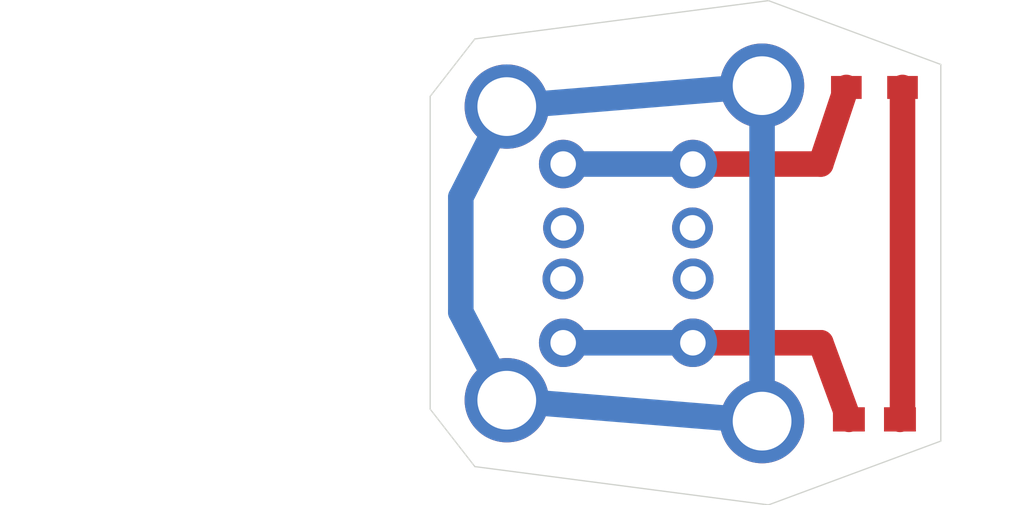
<source format=kicad_pcb>
(kicad_pcb (version 20171130) (host pcbnew "(5.1.2)-1")

  (general
    (thickness 1.6)
    (drawings 8)
    (tracks 15)
    (zones 0)
    (modules 4)
    (nets 8)
  )

  (page A4)
  (layers
    (0 F.Cu signal)
    (31 B.Cu signal)
    (32 B.Adhes user)
    (33 F.Adhes user)
    (34 B.Paste user)
    (35 F.Paste user)
    (36 B.SilkS user)
    (37 F.SilkS user)
    (38 B.Mask user)
    (39 F.Mask user)
    (40 Dwgs.User user)
    (41 Cmts.User user)
    (42 Eco1.User user)
    (43 Eco2.User user)
    (44 Edge.Cuts user)
    (45 Margin user)
    (46 B.CrtYd user)
    (47 F.CrtYd user)
    (48 B.Fab user)
    (49 F.Fab user)
  )

  (setup
    (last_trace_width 0.25)
    (user_trace_width 0.5)
    (user_trace_width 0.75)
    (user_trace_width 1)
    (trace_clearance 0.2)
    (zone_clearance 0.508)
    (zone_45_only no)
    (trace_min 0.2)
    (via_size 0.8)
    (via_drill 0.4)
    (via_min_size 0.4)
    (via_min_drill 0.3)
    (uvia_size 0.3)
    (uvia_drill 0.1)
    (uvias_allowed no)
    (uvia_min_size 0.2)
    (uvia_min_drill 0.1)
    (edge_width 0.05)
    (segment_width 0.2)
    (pcb_text_width 0.3)
    (pcb_text_size 1.5 1.5)
    (mod_edge_width 0.12)
    (mod_text_size 1 1)
    (mod_text_width 0.15)
    (pad_size 1.524 1.524)
    (pad_drill 0.762)
    (pad_to_mask_clearance 0.051)
    (solder_mask_min_width 0.25)
    (aux_axis_origin 0 0)
    (visible_elements 7FFFFFFF)
    (pcbplotparams
      (layerselection 0x010fc_ffffffff)
      (usegerberextensions false)
      (usegerberattributes false)
      (usegerberadvancedattributes false)
      (creategerberjobfile false)
      (excludeedgelayer true)
      (linewidth 0.100000)
      (plotframeref false)
      (viasonmask false)
      (mode 1)
      (useauxorigin false)
      (hpglpennumber 1)
      (hpglpenspeed 20)
      (hpglpendiameter 15.000000)
      (psnegative false)
      (psa4output false)
      (plotreference true)
      (plotvalue true)
      (plotinvisibletext false)
      (padsonsilk false)
      (subtractmaskfromsilk false)
      (outputformat 1)
      (mirror false)
      (drillshape 0)
      (scaleselection 1)
      (outputdirectory "gerber/"))
  )

  (net 0 "")
  (net 1 "Net-(D1-Pad2)")
  (net 2 "Net-(J1-Pad3)")
  (net 3 "Net-(J1-Pad2)")
  (net 4 "Net-(J2-Pad3)")
  (net 5 "Net-(J2-Pad2)")
  (net 6 /gnd)
  (net 7 /vbus)

  (net_class Default "This is the default net class."
    (clearance 0.2)
    (trace_width 0.25)
    (via_dia 0.8)
    (via_drill 0.4)
    (uvia_dia 0.3)
    (uvia_drill 0.1)
    (add_net /gnd)
    (add_net /vbus)
    (add_net "Net-(D1-Pad2)")
    (add_net "Net-(J1-Pad2)")
    (add_net "Net-(J1-Pad3)")
    (add_net "Net-(J2-Pad2)")
    (add_net "Net-(J2-Pad3)")
  )

  (module "BBS Components:R_0603_HandSoldering_NoSilk" (layer F.Cu) (tedit 5D86BEDB) (tstamp 5D72AE99)
    (at 95.9 78.4)
    (descr "Resistor SMD 0603, hand soldering")
    (tags "resistor 0603")
    (path /5D7282DC)
    (attr smd)
    (fp_text reference R1 (at 0 -1.45) (layer F.SilkS) hide
      (effects (font (size 1 1) (thickness 0.15)))
    )
    (fp_text value R (at 0 1.55) (layer F.Fab)
      (effects (font (size 1 1) (thickness 0.15)))
    )
    (fp_text user %R (at 0 0) (layer F.Fab)
      (effects (font (size 0.4 0.4) (thickness 0.075)))
    )
    (fp_line (start -0.8 0.4) (end -0.8 -0.4) (layer F.Fab) (width 0.1))
    (fp_line (start 0.8 0.4) (end -0.8 0.4) (layer F.Fab) (width 0.1))
    (fp_line (start 0.8 -0.4) (end 0.8 0.4) (layer F.Fab) (width 0.1))
    (fp_line (start -0.8 -0.4) (end 0.8 -0.4) (layer F.Fab) (width 0.1))
    (fp_line (start -1.96 -0.7) (end 1.95 -0.7) (layer F.CrtYd) (width 0.05))
    (fp_line (start -1.96 -0.7) (end -1.96 0.7) (layer F.CrtYd) (width 0.05))
    (fp_line (start 1.95 0.7) (end 1.95 -0.7) (layer F.CrtYd) (width 0.05))
    (fp_line (start 1.95 0.7) (end -1.96 0.7) (layer F.CrtYd) (width 0.05))
    (pad 1 smd rect (at -1.1 0) (size 1.2 0.9) (layers F.Cu F.Paste F.Mask)
      (net 7 /vbus))
    (pad 2 smd rect (at 1.1 0) (size 1.2 0.9) (layers F.Cu F.Paste F.Mask)
      (net 1 "Net-(D1-Pad2)"))
    (model ${KISYS3DMOD}/Resistors_SMD.3dshapes/R_0603.wrl
      (at (xyz 0 0 0))
      (scale (xyz 1 1 1))
      (rotate (xyz 0 0 0))
    )
  )

  (module "BBS Components:LED_0603_HandSoldering" (layer F.Cu) (tedit 5D5F573A) (tstamp 5D72AE24)
    (at 95.9 91.4)
    (descr "LED SMD 0603 (1608 Metric), square (rectangular) end terminal, IPC_7351 nominal, (Body size source: http://www.tortai-tech.com/upload/download/2011102023233369053.pdf), generated with kicad-footprint-generator")
    (tags "LED handsolder")
    (path /5D728EE8)
    (attr smd)
    (fp_text reference D1 (at 0 -1.43) (layer F.SilkS) hide
      (effects (font (size 1 1) (thickness 0.15)))
    )
    (fp_text value LED (at 0 1.43) (layer F.Fab)
      (effects (font (size 1 1) (thickness 0.15)))
    )
    (fp_line (start 0.8 -0.4) (end -0.5 -0.4) (layer F.Fab) (width 0.1))
    (fp_line (start -0.5 -0.4) (end -0.8 -0.1) (layer F.Fab) (width 0.1))
    (fp_line (start -0.8 -0.1) (end -0.8 0.4) (layer F.Fab) (width 0.1))
    (fp_line (start -0.8 0.4) (end 0.8 0.4) (layer F.Fab) (width 0.1))
    (fp_line (start 0.8 0.4) (end 0.8 -0.4) (layer F.Fab) (width 0.1))
    (fp_line (start -1.65 0.73) (end -1.65 -0.73) (layer F.CrtYd) (width 0.05))
    (fp_line (start -1.65 -0.73) (end 1.65 -0.73) (layer F.CrtYd) (width 0.05))
    (fp_line (start 1.65 -0.73) (end 1.65 0.73) (layer F.CrtYd) (width 0.05))
    (fp_line (start 1.65 0.73) (end -1.65 0.73) (layer F.CrtYd) (width 0.05))
    (fp_text user %R (at 0 0) (layer F.Fab)
      (effects (font (size 0.4 0.4) (thickness 0.06)))
    )
    (pad 1 smd rect (at -1 0) (size 1.25 0.95) (layers F.Cu F.Paste F.Mask)
      (net 6 /gnd))
    (pad 2 smd rect (at 1 0) (size 1.25 0.95) (layers F.Cu F.Paste F.Mask)
      (net 1 "Net-(D1-Pad2)"))
    (model ${KISYS3DMOD}/LED_SMD.3dshapes/LED_0603_1608Metric.wrl
      (at (xyz 0 0 0))
      (scale (xyz 1 1 1))
      (rotate (xyz 0 0 0))
    )
  )

  (module "BBS Components:USB_A_Female_Molex_0676432910" (layer B.Cu) (tedit 5D86B8FF) (tstamp 5D72AE88)
    (at 91.5 84.9 270)
    (path /5D727206)
    (fp_text reference J2 (at -0.075 6 270) (layer B.SilkS) hide
      (effects (font (size 1 1) (thickness 0.15)) (justify mirror))
    )
    (fp_text value USB_A (at 0 -11.5 270) (layer B.Fab) hide
      (effects (font (size 1 1) (thickness 0.15)) (justify mirror))
    )
    (fp_line (start -7.25 -7) (end 7.25 -7) (layer B.Fab) (width 0.12))
    (fp_line (start -7.25 5) (end 7.25 5) (layer B.CrtYd) (width 0.05))
    (fp_line (start 7.25 5) (end 7.25 -10.25) (layer B.CrtYd) (width 0.05))
    (fp_line (start -7.25 5) (end -7.25 -10.25) (layer B.CrtYd) (width 0.05))
    (fp_line (start -7.25 -10.25) (end 7.25 -10.25) (layer B.CrtYd) (width 0.05))
    (fp_text user %R (at -0.025 -0.975 270) (layer B.Fab) hide
      (effects (font (size 1 1) (thickness 0.15)) (justify mirror))
    )
    (pad 4 thru_hole circle (at 3.5 2.71 270) (size 1.9 1.9) (drill 1) (layers *.Cu *.Mask)
      (net 6 /gnd))
    (pad 3 thru_hole circle (at 1 2.7 270) (size 1.6 1.6) (drill 1) (layers *.Cu *.Mask)
      (net 4 "Net-(J2-Pad3)"))
    (pad 2 thru_hole circle (at -1 2.725 270) (size 1.6 1.6) (drill 1) (layers *.Cu *.Mask)
      (net 5 "Net-(J2-Pad2)"))
    (pad 1 thru_hole circle (at -3.5 2.71 270) (size 1.9 1.9) (drill 1) (layers *.Cu *.Mask)
      (net 7 /vbus))
    (pad SH thru_hole circle (at 6.57 0 270) (size 3.3 3.3) (drill 2.3) (layers *.Cu *.Mask))
    (pad SH thru_hole circle (at -6.57 0 270) (size 3.3 3.3) (drill 2.3) (layers *.Cu *.Mask))
  )

  (module "BBS Components:USB_B_Male_Molex_0480370001" (layer F.Cu) (tedit 5D86B7E9) (tstamp 5D72AE54)
    (at 81.5 84.9 270)
    (path /5D726A35)
    (fp_text reference J1 (at -0.075 -4 90) (layer F.SilkS) hide
      (effects (font (size 1 1) (thickness 0.15)))
    )
    (fp_text value USB_A (at 0 19 90) (layer F.Fab)
      (effects (font (size 1 1) (thickness 0.15)))
    )
    (fp_line (start -6 3) (end 6 3) (layer F.Fab) (width 0.12))
    (fp_line (start -6 -1.75) (end 6 -1.75) (layer F.CrtYd) (width 0.05))
    (fp_line (start 6 -1.75) (end 6 17.75) (layer F.CrtYd) (width 0.05))
    (fp_line (start -6 -1.75) (end -6 17.75) (layer F.CrtYd) (width 0.05))
    (fp_line (start -6 17.75) (end 6 17.75) (layer F.CrtYd) (width 0.05))
    (fp_text user %R (at -0.025 0.975 90) (layer F.Fab)
      (effects (font (size 1 1) (thickness 0.15)))
    )
    (pad "" np_thru_hole circle (at 2.25 0 270) (size 1.1 1.1) (drill 1.1) (layers *.Cu *.Mask))
    (pad "" np_thru_hole circle (at -2.25 0 270) (size 1.1 1.1) (drill 1.1) (layers *.Cu *.Mask))
    (pad 4 thru_hole circle (at 3.5 -2.21 270) (size 1.9 1.9) (drill 1) (layers *.Cu *.Mask)
      (net 6 /gnd))
    (pad 3 thru_hole circle (at 1 -2.2 270) (size 1.6 1.6) (drill 1) (layers *.Cu *.Mask)
      (net 2 "Net-(J1-Pad3)"))
    (pad 2 thru_hole circle (at -1 -2.225 270) (size 1.6 1.6) (drill 1) (layers *.Cu *.Mask)
      (net 3 "Net-(J1-Pad2)"))
    (pad 1 thru_hole circle (at -3.5 -2.21 270) (size 1.9 1.9) (drill 1) (layers *.Cu *.Mask)
      (net 7 /vbus))
    (pad SH thru_hole circle (at 5.75 0 270) (size 3.3 3.3) (drill 2.3) (layers *.Cu *.Mask))
    (pad SH thru_hole circle (at -5.75 0 270) (size 3.3 3.3) (drill 2.3) (layers *.Cu *.Mask))
  )

  (gr_line (start 80.25 76.5) (end 91.75 75) (layer Edge.Cuts) (width 0.05) (tstamp 5D86C8B0))
  (gr_line (start 91.75 75) (end 98.5 77.5) (layer Edge.Cuts) (width 0.05) (tstamp 5D86C8AF))
  (gr_line (start 78.5 78.75) (end 80.25 76.5) (layer Edge.Cuts) (width 0.05) (tstamp 5D86C8AE))
  (gr_line (start 91.75 94.75) (end 98.5 92.25) (layer Edge.Cuts) (width 0.05) (tstamp 5D86C8A0))
  (gr_line (start 80.25 93.25) (end 91.75 94.75) (layer Edge.Cuts) (width 0.05))
  (gr_line (start 78.5 91) (end 80.25 93.25) (layer Edge.Cuts) (width 0.05))
  (gr_line (start 78.5 91) (end 78.5 78.75) (layer Edge.Cuts) (width 0.05))
  (gr_line (start 98.5 77.5) (end 98.5 92.25) (layer Edge.Cuts) (width 0.05))

  (segment (start 81.289999 79.904999) (end 81.174999 80.019999) (width 0.75) (layer F.Cu) (net 0))
  (segment (start 79.7 87.2) (end 81.5 90.65) (width 1) (layer B.Cu) (net 0))
  (segment (start 81.5 79.15) (end 79.7 82.7) (width 1) (layer B.Cu) (net 0))
  (segment (start 79.7 82.7) (end 79.7 87.2) (width 1) (layer B.Cu) (net 0))
  (segment (start 81.5 79.15) (end 91.5 78.33) (width 1) (layer B.Cu) (net 0))
  (segment (start 91.5 91.47) (end 81.5 90.65) (width 1) (layer B.Cu) (net 0))
  (segment (start 91.5 78.33) (end 91.5 91.47) (width 1) (layer B.Cu) (net 0))
  (segment (start 97 91.3) (end 96.9 91.4) (width 1) (layer F.Cu) (net 1))
  (segment (start 97 78.4) (end 97 91.3) (width 1) (layer F.Cu) (net 1))
  (segment (start 83.71 88.4) (end 88.79 88.4) (width 1) (layer B.Cu) (net 6))
  (segment (start 93.8 88.4) (end 88.79 88.4) (width 1) (layer F.Cu) (net 6))
  (segment (start 94.9 91.4) (end 93.8 88.4) (width 1) (layer F.Cu) (net 6))
  (segment (start 83.71 81.4) (end 88.79 81.4) (width 1) (layer B.Cu) (net 7))
  (segment (start 93.8 81.4) (end 88.79 81.4) (width 1) (layer F.Cu) (net 7))
  (segment (start 94.8 78.4) (end 93.8 81.4) (width 1) (layer F.Cu) (net 7))

)

</source>
